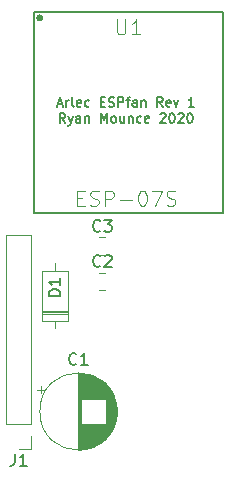
<source format=gto>
G04 #@! TF.GenerationSoftware,KiCad,Pcbnew,(5.1.8)-1*
G04 #@! TF.CreationDate,2020-12-06T15:56:29+10:30*
G04 #@! TF.ProjectId,ArlecFanESP,41726c65-6346-4616-9e45-53502e6b6963,rev?*
G04 #@! TF.SameCoordinates,Original*
G04 #@! TF.FileFunction,Legend,Top*
G04 #@! TF.FilePolarity,Positive*
%FSLAX46Y46*%
G04 Gerber Fmt 4.6, Leading zero omitted, Abs format (unit mm)*
G04 Created by KiCad (PCBNEW (5.1.8)-1) date 2020-12-06 15:56:29*
%MOMM*%
%LPD*%
G01*
G04 APERTURE LIST*
%ADD10C,0.150000*%
%ADD11C,0.120000*%
%ADD12C,0.101600*%
G04 APERTURE END LIST*
D10*
X125228571Y-105958333D02*
X125609523Y-105958333D01*
X125152380Y-106186904D02*
X125419047Y-105386904D01*
X125685714Y-106186904D01*
X125952380Y-106186904D02*
X125952380Y-105653571D01*
X125952380Y-105805952D02*
X125990476Y-105729761D01*
X126028571Y-105691666D01*
X126104761Y-105653571D01*
X126180952Y-105653571D01*
X126561904Y-106186904D02*
X126485714Y-106148809D01*
X126447619Y-106072619D01*
X126447619Y-105386904D01*
X127171428Y-106148809D02*
X127095238Y-106186904D01*
X126942857Y-106186904D01*
X126866666Y-106148809D01*
X126828571Y-106072619D01*
X126828571Y-105767857D01*
X126866666Y-105691666D01*
X126942857Y-105653571D01*
X127095238Y-105653571D01*
X127171428Y-105691666D01*
X127209523Y-105767857D01*
X127209523Y-105844047D01*
X126828571Y-105920238D01*
X127895238Y-106148809D02*
X127819047Y-106186904D01*
X127666666Y-106186904D01*
X127590476Y-106148809D01*
X127552380Y-106110714D01*
X127514285Y-106034523D01*
X127514285Y-105805952D01*
X127552380Y-105729761D01*
X127590476Y-105691666D01*
X127666666Y-105653571D01*
X127819047Y-105653571D01*
X127895238Y-105691666D01*
X128847619Y-105767857D02*
X129114285Y-105767857D01*
X129228571Y-106186904D02*
X128847619Y-106186904D01*
X128847619Y-105386904D01*
X129228571Y-105386904D01*
X129533333Y-106148809D02*
X129647619Y-106186904D01*
X129838095Y-106186904D01*
X129914285Y-106148809D01*
X129952380Y-106110714D01*
X129990476Y-106034523D01*
X129990476Y-105958333D01*
X129952380Y-105882142D01*
X129914285Y-105844047D01*
X129838095Y-105805952D01*
X129685714Y-105767857D01*
X129609523Y-105729761D01*
X129571428Y-105691666D01*
X129533333Y-105615476D01*
X129533333Y-105539285D01*
X129571428Y-105463095D01*
X129609523Y-105425000D01*
X129685714Y-105386904D01*
X129876190Y-105386904D01*
X129990476Y-105425000D01*
X130333333Y-106186904D02*
X130333333Y-105386904D01*
X130638095Y-105386904D01*
X130714285Y-105425000D01*
X130752380Y-105463095D01*
X130790476Y-105539285D01*
X130790476Y-105653571D01*
X130752380Y-105729761D01*
X130714285Y-105767857D01*
X130638095Y-105805952D01*
X130333333Y-105805952D01*
X131019047Y-105653571D02*
X131323809Y-105653571D01*
X131133333Y-106186904D02*
X131133333Y-105501190D01*
X131171428Y-105425000D01*
X131247619Y-105386904D01*
X131323809Y-105386904D01*
X131933333Y-106186904D02*
X131933333Y-105767857D01*
X131895238Y-105691666D01*
X131819047Y-105653571D01*
X131666666Y-105653571D01*
X131590476Y-105691666D01*
X131933333Y-106148809D02*
X131857142Y-106186904D01*
X131666666Y-106186904D01*
X131590476Y-106148809D01*
X131552380Y-106072619D01*
X131552380Y-105996428D01*
X131590476Y-105920238D01*
X131666666Y-105882142D01*
X131857142Y-105882142D01*
X131933333Y-105844047D01*
X132314285Y-105653571D02*
X132314285Y-106186904D01*
X132314285Y-105729761D02*
X132352380Y-105691666D01*
X132428571Y-105653571D01*
X132542857Y-105653571D01*
X132619047Y-105691666D01*
X132657142Y-105767857D01*
X132657142Y-106186904D01*
X134104761Y-106186904D02*
X133838095Y-105805952D01*
X133647619Y-106186904D02*
X133647619Y-105386904D01*
X133952380Y-105386904D01*
X134028571Y-105425000D01*
X134066666Y-105463095D01*
X134104761Y-105539285D01*
X134104761Y-105653571D01*
X134066666Y-105729761D01*
X134028571Y-105767857D01*
X133952380Y-105805952D01*
X133647619Y-105805952D01*
X134752380Y-106148809D02*
X134676190Y-106186904D01*
X134523809Y-106186904D01*
X134447619Y-106148809D01*
X134409523Y-106072619D01*
X134409523Y-105767857D01*
X134447619Y-105691666D01*
X134523809Y-105653571D01*
X134676190Y-105653571D01*
X134752380Y-105691666D01*
X134790476Y-105767857D01*
X134790476Y-105844047D01*
X134409523Y-105920238D01*
X135057142Y-105653571D02*
X135247619Y-106186904D01*
X135438095Y-105653571D01*
X136771428Y-106186904D02*
X136314285Y-106186904D01*
X136542857Y-106186904D02*
X136542857Y-105386904D01*
X136466666Y-105501190D01*
X136390476Y-105577380D01*
X136314285Y-105615476D01*
X125857142Y-107536904D02*
X125590476Y-107155952D01*
X125400000Y-107536904D02*
X125400000Y-106736904D01*
X125704761Y-106736904D01*
X125780952Y-106775000D01*
X125819047Y-106813095D01*
X125857142Y-106889285D01*
X125857142Y-107003571D01*
X125819047Y-107079761D01*
X125780952Y-107117857D01*
X125704761Y-107155952D01*
X125400000Y-107155952D01*
X126123809Y-107003571D02*
X126314285Y-107536904D01*
X126504761Y-107003571D02*
X126314285Y-107536904D01*
X126238095Y-107727380D01*
X126200000Y-107765476D01*
X126123809Y-107803571D01*
X127152380Y-107536904D02*
X127152380Y-107117857D01*
X127114285Y-107041666D01*
X127038095Y-107003571D01*
X126885714Y-107003571D01*
X126809523Y-107041666D01*
X127152380Y-107498809D02*
X127076190Y-107536904D01*
X126885714Y-107536904D01*
X126809523Y-107498809D01*
X126771428Y-107422619D01*
X126771428Y-107346428D01*
X126809523Y-107270238D01*
X126885714Y-107232142D01*
X127076190Y-107232142D01*
X127152380Y-107194047D01*
X127533333Y-107003571D02*
X127533333Y-107536904D01*
X127533333Y-107079761D02*
X127571428Y-107041666D01*
X127647619Y-107003571D01*
X127761904Y-107003571D01*
X127838095Y-107041666D01*
X127876190Y-107117857D01*
X127876190Y-107536904D01*
X128866666Y-107536904D02*
X128866666Y-106736904D01*
X129133333Y-107308333D01*
X129400000Y-106736904D01*
X129400000Y-107536904D01*
X129895238Y-107536904D02*
X129819047Y-107498809D01*
X129780952Y-107460714D01*
X129742857Y-107384523D01*
X129742857Y-107155952D01*
X129780952Y-107079761D01*
X129819047Y-107041666D01*
X129895238Y-107003571D01*
X130009523Y-107003571D01*
X130085714Y-107041666D01*
X130123809Y-107079761D01*
X130161904Y-107155952D01*
X130161904Y-107384523D01*
X130123809Y-107460714D01*
X130085714Y-107498809D01*
X130009523Y-107536904D01*
X129895238Y-107536904D01*
X130847619Y-107003571D02*
X130847619Y-107536904D01*
X130504761Y-107003571D02*
X130504761Y-107422619D01*
X130542857Y-107498809D01*
X130619047Y-107536904D01*
X130733333Y-107536904D01*
X130809523Y-107498809D01*
X130847619Y-107460714D01*
X131228571Y-107003571D02*
X131228571Y-107536904D01*
X131228571Y-107079761D02*
X131266666Y-107041666D01*
X131342857Y-107003571D01*
X131457142Y-107003571D01*
X131533333Y-107041666D01*
X131571428Y-107117857D01*
X131571428Y-107536904D01*
X132295238Y-107498809D02*
X132219047Y-107536904D01*
X132066666Y-107536904D01*
X131990476Y-107498809D01*
X131952380Y-107460714D01*
X131914285Y-107384523D01*
X131914285Y-107155952D01*
X131952380Y-107079761D01*
X131990476Y-107041666D01*
X132066666Y-107003571D01*
X132219047Y-107003571D01*
X132295238Y-107041666D01*
X132942857Y-107498809D02*
X132866666Y-107536904D01*
X132714285Y-107536904D01*
X132638095Y-107498809D01*
X132600000Y-107422619D01*
X132600000Y-107117857D01*
X132638095Y-107041666D01*
X132714285Y-107003571D01*
X132866666Y-107003571D01*
X132942857Y-107041666D01*
X132980952Y-107117857D01*
X132980952Y-107194047D01*
X132600000Y-107270238D01*
X133895238Y-106813095D02*
X133933333Y-106775000D01*
X134009523Y-106736904D01*
X134200000Y-106736904D01*
X134276190Y-106775000D01*
X134314285Y-106813095D01*
X134352380Y-106889285D01*
X134352380Y-106965476D01*
X134314285Y-107079761D01*
X133857142Y-107536904D01*
X134352380Y-107536904D01*
X134847619Y-106736904D02*
X134923809Y-106736904D01*
X135000000Y-106775000D01*
X135038095Y-106813095D01*
X135076190Y-106889285D01*
X135114285Y-107041666D01*
X135114285Y-107232142D01*
X135076190Y-107384523D01*
X135038095Y-107460714D01*
X135000000Y-107498809D01*
X134923809Y-107536904D01*
X134847619Y-107536904D01*
X134771428Y-107498809D01*
X134733333Y-107460714D01*
X134695238Y-107384523D01*
X134657142Y-107232142D01*
X134657142Y-107041666D01*
X134695238Y-106889285D01*
X134733333Y-106813095D01*
X134771428Y-106775000D01*
X134847619Y-106736904D01*
X135419047Y-106813095D02*
X135457142Y-106775000D01*
X135533333Y-106736904D01*
X135723809Y-106736904D01*
X135800000Y-106775000D01*
X135838095Y-106813095D01*
X135876190Y-106889285D01*
X135876190Y-106965476D01*
X135838095Y-107079761D01*
X135380952Y-107536904D01*
X135876190Y-107536904D01*
X136371428Y-106736904D02*
X136447619Y-106736904D01*
X136523809Y-106775000D01*
X136561904Y-106813095D01*
X136600000Y-106889285D01*
X136638095Y-107041666D01*
X136638095Y-107232142D01*
X136600000Y-107384523D01*
X136561904Y-107460714D01*
X136523809Y-107498809D01*
X136447619Y-107536904D01*
X136371428Y-107536904D01*
X136295238Y-107498809D01*
X136257142Y-107460714D01*
X136219047Y-107384523D01*
X136180952Y-107232142D01*
X136180952Y-107041666D01*
X136219047Y-106889285D01*
X136257142Y-106813095D01*
X136295238Y-106775000D01*
X136371428Y-106736904D01*
D11*
X128738748Y-118735000D02*
X129261252Y-118735000D01*
X128738748Y-117265000D02*
X129261252Y-117265000D01*
X128738748Y-121735000D02*
X129261252Y-121735000D01*
X128738748Y-120265000D02*
X129261252Y-120265000D01*
D10*
X123699758Y-98680000D02*
G75*
G03*
X123699758Y-98680000I-100000J0D01*
G01*
X123923365Y-98680000D02*
G75*
G03*
X123923365Y-98680000I-223607J0D01*
G01*
X123799758Y-98680000D02*
G75*
G03*
X123799758Y-98680000I-100000J0D01*
G01*
X139199758Y-98180000D02*
X139199758Y-115180000D01*
X139199758Y-115180000D02*
X123199758Y-115180000D01*
X123199758Y-115180000D02*
X123199758Y-98180000D01*
X123199758Y-98180000D02*
X139199758Y-98180000D01*
D11*
X123880000Y-123710000D02*
X126120000Y-123710000D01*
X123880000Y-123470000D02*
X126120000Y-123470000D01*
X123880000Y-123590000D02*
X126120000Y-123590000D01*
X125000000Y-119420000D02*
X125000000Y-120070000D01*
X125000000Y-124960000D02*
X125000000Y-124310000D01*
X123880000Y-120070000D02*
X123880000Y-124310000D01*
X126120000Y-120070000D02*
X123880000Y-120070000D01*
X126120000Y-124310000D02*
X126120000Y-120070000D01*
X123880000Y-124310000D02*
X126120000Y-124310000D01*
X122980000Y-117020000D02*
X120860000Y-117020000D01*
X122980000Y-133080000D02*
X122980000Y-117020000D01*
X120860000Y-133080000D02*
X120860000Y-117020000D01*
X122980000Y-133080000D02*
X120860000Y-133080000D01*
X122980000Y-134080000D02*
X122980000Y-135140000D01*
X122980000Y-135140000D02*
X121920000Y-135140000D01*
X130250000Y-132000000D02*
G75*
G03*
X130250000Y-132000000I-3270000J0D01*
G01*
X126980000Y-128770000D02*
X126980000Y-135230000D01*
X127020000Y-128770000D02*
X127020000Y-135230000D01*
X127060000Y-128770000D02*
X127060000Y-135230000D01*
X127100000Y-128772000D02*
X127100000Y-135228000D01*
X127140000Y-128773000D02*
X127140000Y-135227000D01*
X127180000Y-128776000D02*
X127180000Y-135224000D01*
X127220000Y-128778000D02*
X127220000Y-130960000D01*
X127220000Y-133040000D02*
X127220000Y-135222000D01*
X127260000Y-128782000D02*
X127260000Y-130960000D01*
X127260000Y-133040000D02*
X127260000Y-135218000D01*
X127300000Y-128785000D02*
X127300000Y-130960000D01*
X127300000Y-133040000D02*
X127300000Y-135215000D01*
X127340000Y-128789000D02*
X127340000Y-130960000D01*
X127340000Y-133040000D02*
X127340000Y-135211000D01*
X127380000Y-128794000D02*
X127380000Y-130960000D01*
X127380000Y-133040000D02*
X127380000Y-135206000D01*
X127420000Y-128799000D02*
X127420000Y-130960000D01*
X127420000Y-133040000D02*
X127420000Y-135201000D01*
X127460000Y-128805000D02*
X127460000Y-130960000D01*
X127460000Y-133040000D02*
X127460000Y-135195000D01*
X127500000Y-128811000D02*
X127500000Y-130960000D01*
X127500000Y-133040000D02*
X127500000Y-135189000D01*
X127540000Y-128818000D02*
X127540000Y-130960000D01*
X127540000Y-133040000D02*
X127540000Y-135182000D01*
X127580000Y-128825000D02*
X127580000Y-130960000D01*
X127580000Y-133040000D02*
X127580000Y-135175000D01*
X127620000Y-128833000D02*
X127620000Y-130960000D01*
X127620000Y-133040000D02*
X127620000Y-135167000D01*
X127660000Y-128841000D02*
X127660000Y-130960000D01*
X127660000Y-133040000D02*
X127660000Y-135159000D01*
X127701000Y-128850000D02*
X127701000Y-130960000D01*
X127701000Y-133040000D02*
X127701000Y-135150000D01*
X127741000Y-128859000D02*
X127741000Y-130960000D01*
X127741000Y-133040000D02*
X127741000Y-135141000D01*
X127781000Y-128869000D02*
X127781000Y-130960000D01*
X127781000Y-133040000D02*
X127781000Y-135131000D01*
X127821000Y-128879000D02*
X127821000Y-130960000D01*
X127821000Y-133040000D02*
X127821000Y-135121000D01*
X127861000Y-128890000D02*
X127861000Y-130960000D01*
X127861000Y-133040000D02*
X127861000Y-135110000D01*
X127901000Y-128902000D02*
X127901000Y-130960000D01*
X127901000Y-133040000D02*
X127901000Y-135098000D01*
X127941000Y-128914000D02*
X127941000Y-130960000D01*
X127941000Y-133040000D02*
X127941000Y-135086000D01*
X127981000Y-128926000D02*
X127981000Y-130960000D01*
X127981000Y-133040000D02*
X127981000Y-135074000D01*
X128021000Y-128939000D02*
X128021000Y-130960000D01*
X128021000Y-133040000D02*
X128021000Y-135061000D01*
X128061000Y-128953000D02*
X128061000Y-130960000D01*
X128061000Y-133040000D02*
X128061000Y-135047000D01*
X128101000Y-128967000D02*
X128101000Y-130960000D01*
X128101000Y-133040000D02*
X128101000Y-135033000D01*
X128141000Y-128982000D02*
X128141000Y-130960000D01*
X128141000Y-133040000D02*
X128141000Y-135018000D01*
X128181000Y-128998000D02*
X128181000Y-130960000D01*
X128181000Y-133040000D02*
X128181000Y-135002000D01*
X128221000Y-129014000D02*
X128221000Y-130960000D01*
X128221000Y-133040000D02*
X128221000Y-134986000D01*
X128261000Y-129030000D02*
X128261000Y-130960000D01*
X128261000Y-133040000D02*
X128261000Y-134970000D01*
X128301000Y-129048000D02*
X128301000Y-130960000D01*
X128301000Y-133040000D02*
X128301000Y-134952000D01*
X128341000Y-129066000D02*
X128341000Y-130960000D01*
X128341000Y-133040000D02*
X128341000Y-134934000D01*
X128381000Y-129084000D02*
X128381000Y-130960000D01*
X128381000Y-133040000D02*
X128381000Y-134916000D01*
X128421000Y-129104000D02*
X128421000Y-130960000D01*
X128421000Y-133040000D02*
X128421000Y-134896000D01*
X128461000Y-129124000D02*
X128461000Y-130960000D01*
X128461000Y-133040000D02*
X128461000Y-134876000D01*
X128501000Y-129144000D02*
X128501000Y-130960000D01*
X128501000Y-133040000D02*
X128501000Y-134856000D01*
X128541000Y-129166000D02*
X128541000Y-130960000D01*
X128541000Y-133040000D02*
X128541000Y-134834000D01*
X128581000Y-129188000D02*
X128581000Y-130960000D01*
X128581000Y-133040000D02*
X128581000Y-134812000D01*
X128621000Y-129210000D02*
X128621000Y-130960000D01*
X128621000Y-133040000D02*
X128621000Y-134790000D01*
X128661000Y-129234000D02*
X128661000Y-130960000D01*
X128661000Y-133040000D02*
X128661000Y-134766000D01*
X128701000Y-129258000D02*
X128701000Y-130960000D01*
X128701000Y-133040000D02*
X128701000Y-134742000D01*
X128741000Y-129284000D02*
X128741000Y-130960000D01*
X128741000Y-133040000D02*
X128741000Y-134716000D01*
X128781000Y-129310000D02*
X128781000Y-130960000D01*
X128781000Y-133040000D02*
X128781000Y-134690000D01*
X128821000Y-129336000D02*
X128821000Y-130960000D01*
X128821000Y-133040000D02*
X128821000Y-134664000D01*
X128861000Y-129364000D02*
X128861000Y-130960000D01*
X128861000Y-133040000D02*
X128861000Y-134636000D01*
X128901000Y-129393000D02*
X128901000Y-130960000D01*
X128901000Y-133040000D02*
X128901000Y-134607000D01*
X128941000Y-129422000D02*
X128941000Y-130960000D01*
X128941000Y-133040000D02*
X128941000Y-134578000D01*
X128981000Y-129452000D02*
X128981000Y-130960000D01*
X128981000Y-133040000D02*
X128981000Y-134548000D01*
X129021000Y-129484000D02*
X129021000Y-130960000D01*
X129021000Y-133040000D02*
X129021000Y-134516000D01*
X129061000Y-129516000D02*
X129061000Y-130960000D01*
X129061000Y-133040000D02*
X129061000Y-134484000D01*
X129101000Y-129550000D02*
X129101000Y-130960000D01*
X129101000Y-133040000D02*
X129101000Y-134450000D01*
X129141000Y-129584000D02*
X129141000Y-130960000D01*
X129141000Y-133040000D02*
X129141000Y-134416000D01*
X129181000Y-129620000D02*
X129181000Y-130960000D01*
X129181000Y-133040000D02*
X129181000Y-134380000D01*
X129221000Y-129657000D02*
X129221000Y-130960000D01*
X129221000Y-133040000D02*
X129221000Y-134343000D01*
X129261000Y-129695000D02*
X129261000Y-130960000D01*
X129261000Y-133040000D02*
X129261000Y-134305000D01*
X129301000Y-129735000D02*
X129301000Y-134265000D01*
X129341000Y-129776000D02*
X129341000Y-134224000D01*
X129381000Y-129818000D02*
X129381000Y-134182000D01*
X129421000Y-129863000D02*
X129421000Y-134137000D01*
X129461000Y-129908000D02*
X129461000Y-134092000D01*
X129501000Y-129956000D02*
X129501000Y-134044000D01*
X129541000Y-130005000D02*
X129541000Y-133995000D01*
X129581000Y-130056000D02*
X129581000Y-133944000D01*
X129621000Y-130110000D02*
X129621000Y-133890000D01*
X129661000Y-130166000D02*
X129661000Y-133834000D01*
X129701000Y-130224000D02*
X129701000Y-133776000D01*
X129741000Y-130286000D02*
X129741000Y-133714000D01*
X129781000Y-130350000D02*
X129781000Y-133650000D01*
X129821000Y-130419000D02*
X129821000Y-133581000D01*
X129861000Y-130491000D02*
X129861000Y-133509000D01*
X129901000Y-130568000D02*
X129901000Y-133432000D01*
X129941000Y-130650000D02*
X129941000Y-133350000D01*
X129981000Y-130738000D02*
X129981000Y-133262000D01*
X130021000Y-130835000D02*
X130021000Y-133165000D01*
X130061000Y-130941000D02*
X130061000Y-133059000D01*
X130101000Y-131060000D02*
X130101000Y-132940000D01*
X130141000Y-131198000D02*
X130141000Y-132802000D01*
X130181000Y-131367000D02*
X130181000Y-132633000D01*
X130221000Y-131598000D02*
X130221000Y-132402000D01*
X123479759Y-130161000D02*
X124109759Y-130161000D01*
X123794759Y-129846000D02*
X123794759Y-130476000D01*
D10*
X128833333Y-116677142D02*
X128785714Y-116724761D01*
X128642857Y-116772380D01*
X128547619Y-116772380D01*
X128404761Y-116724761D01*
X128309523Y-116629523D01*
X128261904Y-116534285D01*
X128214285Y-116343809D01*
X128214285Y-116200952D01*
X128261904Y-116010476D01*
X128309523Y-115915238D01*
X128404761Y-115820000D01*
X128547619Y-115772380D01*
X128642857Y-115772380D01*
X128785714Y-115820000D01*
X128833333Y-115867619D01*
X129166666Y-115772380D02*
X129785714Y-115772380D01*
X129452380Y-116153333D01*
X129595238Y-116153333D01*
X129690476Y-116200952D01*
X129738095Y-116248571D01*
X129785714Y-116343809D01*
X129785714Y-116581904D01*
X129738095Y-116677142D01*
X129690476Y-116724761D01*
X129595238Y-116772380D01*
X129309523Y-116772380D01*
X129214285Y-116724761D01*
X129166666Y-116677142D01*
X128833333Y-119677142D02*
X128785714Y-119724761D01*
X128642857Y-119772380D01*
X128547619Y-119772380D01*
X128404761Y-119724761D01*
X128309523Y-119629523D01*
X128261904Y-119534285D01*
X128214285Y-119343809D01*
X128214285Y-119200952D01*
X128261904Y-119010476D01*
X128309523Y-118915238D01*
X128404761Y-118820000D01*
X128547619Y-118772380D01*
X128642857Y-118772380D01*
X128785714Y-118820000D01*
X128833333Y-118867619D01*
X129214285Y-118867619D02*
X129261904Y-118820000D01*
X129357142Y-118772380D01*
X129595238Y-118772380D01*
X129690476Y-118820000D01*
X129738095Y-118867619D01*
X129785714Y-118962857D01*
X129785714Y-119058095D01*
X129738095Y-119200952D01*
X129166666Y-119772380D01*
X129785714Y-119772380D01*
D12*
X130232138Y-98804523D02*
X130232138Y-99832619D01*
X130292615Y-99953571D01*
X130353091Y-100014047D01*
X130474043Y-100074523D01*
X130715948Y-100074523D01*
X130836900Y-100014047D01*
X130897377Y-99953571D01*
X130957853Y-99832619D01*
X130957853Y-98804523D01*
X132227853Y-100074523D02*
X131502138Y-100074523D01*
X131864996Y-100074523D02*
X131864996Y-98804523D01*
X131744043Y-98985952D01*
X131623091Y-99106904D01*
X131502138Y-99167380D01*
X126887619Y-113909285D02*
X127310952Y-113909285D01*
X127492380Y-114574523D02*
X126887619Y-114574523D01*
X126887619Y-113304523D01*
X127492380Y-113304523D01*
X127976190Y-114514047D02*
X128157619Y-114574523D01*
X128460000Y-114574523D01*
X128580952Y-114514047D01*
X128641428Y-114453571D01*
X128701904Y-114332619D01*
X128701904Y-114211666D01*
X128641428Y-114090714D01*
X128580952Y-114030238D01*
X128460000Y-113969761D01*
X128218095Y-113909285D01*
X128097142Y-113848809D01*
X128036666Y-113788333D01*
X127976190Y-113667380D01*
X127976190Y-113546428D01*
X128036666Y-113425476D01*
X128097142Y-113365000D01*
X128218095Y-113304523D01*
X128520476Y-113304523D01*
X128701904Y-113365000D01*
X129246190Y-114574523D02*
X129246190Y-113304523D01*
X129730000Y-113304523D01*
X129850952Y-113365000D01*
X129911428Y-113425476D01*
X129971904Y-113546428D01*
X129971904Y-113727857D01*
X129911428Y-113848809D01*
X129850952Y-113909285D01*
X129730000Y-113969761D01*
X129246190Y-113969761D01*
X130516190Y-114090714D02*
X131483809Y-114090714D01*
X132330476Y-113304523D02*
X132451428Y-113304523D01*
X132572380Y-113365000D01*
X132632857Y-113425476D01*
X132693333Y-113546428D01*
X132753809Y-113788333D01*
X132753809Y-114090714D01*
X132693333Y-114332619D01*
X132632857Y-114453571D01*
X132572380Y-114514047D01*
X132451428Y-114574523D01*
X132330476Y-114574523D01*
X132209523Y-114514047D01*
X132149047Y-114453571D01*
X132088571Y-114332619D01*
X132028095Y-114090714D01*
X132028095Y-113788333D01*
X132088571Y-113546428D01*
X132149047Y-113425476D01*
X132209523Y-113365000D01*
X132330476Y-113304523D01*
X133177142Y-113304523D02*
X134023809Y-113304523D01*
X133479523Y-114574523D01*
X134447142Y-114514047D02*
X134628571Y-114574523D01*
X134930952Y-114574523D01*
X135051904Y-114514047D01*
X135112380Y-114453571D01*
X135172857Y-114332619D01*
X135172857Y-114211666D01*
X135112380Y-114090714D01*
X135051904Y-114030238D01*
X134930952Y-113969761D01*
X134689047Y-113909285D01*
X134568095Y-113848809D01*
X134507619Y-113788333D01*
X134447142Y-113667380D01*
X134447142Y-113546428D01*
X134507619Y-113425476D01*
X134568095Y-113365000D01*
X134689047Y-113304523D01*
X134991428Y-113304523D01*
X135172857Y-113365000D01*
D10*
X125452380Y-122238095D02*
X124452380Y-122238095D01*
X124452380Y-122000000D01*
X124500000Y-121857142D01*
X124595238Y-121761904D01*
X124690476Y-121714285D01*
X124880952Y-121666666D01*
X125023809Y-121666666D01*
X125214285Y-121714285D01*
X125309523Y-121761904D01*
X125404761Y-121857142D01*
X125452380Y-122000000D01*
X125452380Y-122238095D01*
X125452380Y-120714285D02*
X125452380Y-121285714D01*
X125452380Y-121000000D02*
X124452380Y-121000000D01*
X124595238Y-121095238D01*
X124690476Y-121190476D01*
X124738095Y-121285714D01*
X121586666Y-135592380D02*
X121586666Y-136306666D01*
X121539047Y-136449523D01*
X121443809Y-136544761D01*
X121300952Y-136592380D01*
X121205714Y-136592380D01*
X122586666Y-136592380D02*
X122015238Y-136592380D01*
X122300952Y-136592380D02*
X122300952Y-135592380D01*
X122205714Y-135735238D01*
X122110476Y-135830476D01*
X122015238Y-135878095D01*
X126813333Y-127957142D02*
X126765714Y-128004761D01*
X126622857Y-128052380D01*
X126527619Y-128052380D01*
X126384761Y-128004761D01*
X126289523Y-127909523D01*
X126241904Y-127814285D01*
X126194285Y-127623809D01*
X126194285Y-127480952D01*
X126241904Y-127290476D01*
X126289523Y-127195238D01*
X126384761Y-127100000D01*
X126527619Y-127052380D01*
X126622857Y-127052380D01*
X126765714Y-127100000D01*
X126813333Y-127147619D01*
X127765714Y-128052380D02*
X127194285Y-128052380D01*
X127480000Y-128052380D02*
X127480000Y-127052380D01*
X127384761Y-127195238D01*
X127289523Y-127290476D01*
X127194285Y-127338095D01*
M02*

</source>
